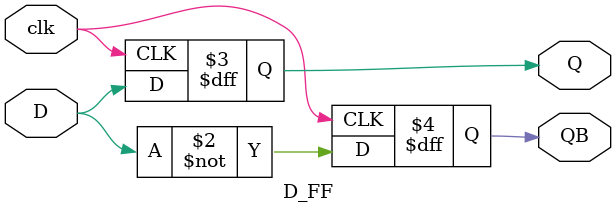
<source format=v>
`timescale 1ns / 1ps


module D_FF(
    input clk,
    input D,
    output reg Q,
    output reg QB
    );
    always @ (posedge clk) begin
        Q <= D;
        QB <= ~D;
    end
endmodule

</source>
